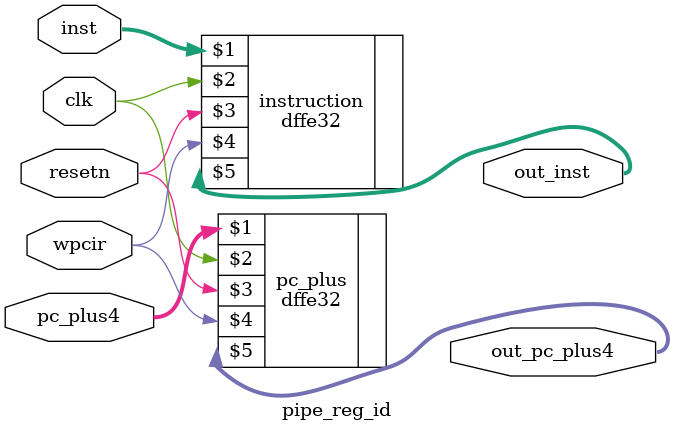
<source format=v>
module pipe_reg_id (pc_plus4,inst,wpcir,clk,resetn,out_pc_plus4,out_inst);
	input [31:0] pc_plus4,inst;
	input wpcir,clk,resetn;
	
	output [31:0] out_pc_plus4,out_inst;
	
	dffe32 pc_plus(pc_plus4,clk,resetn,wpcir,out_pc_plus4);//输出pc信号
	dffe32 instruction(inst,clk,resetn,wpcir,out_inst);//输出ins信号
endmodule
</source>
